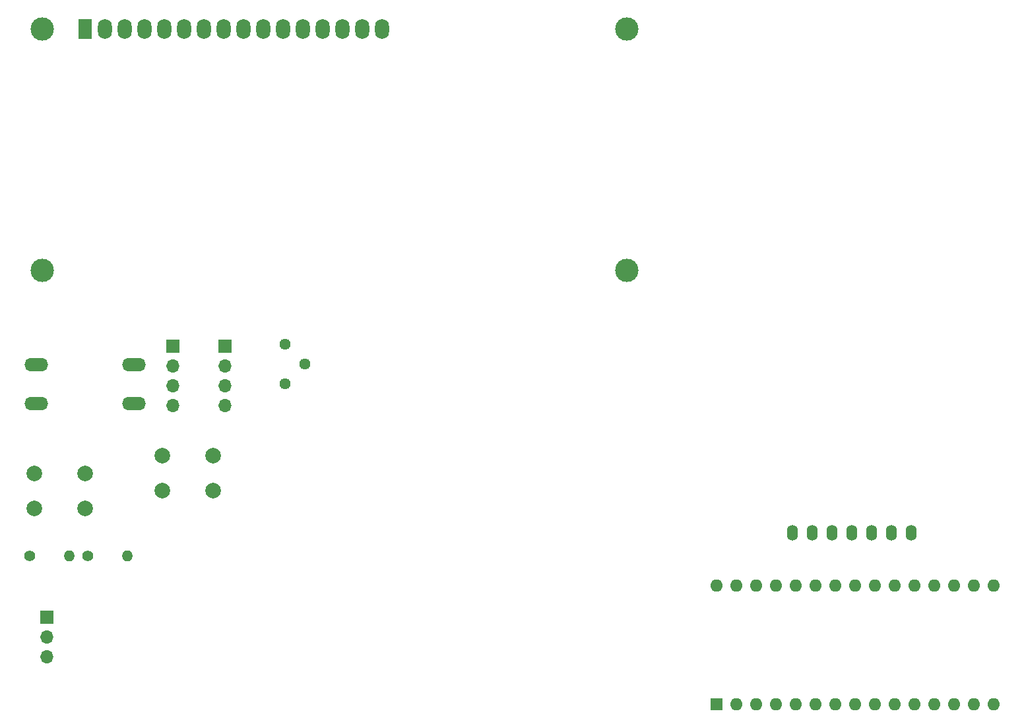
<source format=gbr>
G04 #@! TF.FileFunction,Copper,L2,Bot,Signal*
%FSLAX46Y46*%
G04 Gerber Fmt 4.6, Leading zero omitted, Abs format (unit mm)*
G04 Created by KiCad (PCBNEW 4.0.7) date 03/05/18 15:50:36*
%MOMM*%
%LPD*%
G01*
G04 APERTURE LIST*
%ADD10C,0.100000*%
%ADD11R,1.600000X1.600000*%
%ADD12O,1.600000X1.600000*%
%ADD13R,1.800000X2.600000*%
%ADD14O,1.800000X2.600000*%
%ADD15C,3.000000*%
%ADD16R,1.700000X1.700000*%
%ADD17O,1.700000X1.700000*%
%ADD18C,1.400000*%
%ADD19O,1.400000X1.400000*%
%ADD20C,1.440000*%
%ADD21C,2.000000*%
%ADD22O,3.048000X1.727200*%
%ADD23O,1.400000X2.000000*%
G04 APERTURE END LIST*
D10*
D11*
X124333000Y-139192000D03*
D12*
X157353000Y-123952000D03*
X126873000Y-139192000D03*
X154813000Y-123952000D03*
X129413000Y-139192000D03*
X152273000Y-123952000D03*
X131953000Y-139192000D03*
X149733000Y-123952000D03*
X134493000Y-139192000D03*
X147193000Y-123952000D03*
X137033000Y-139192000D03*
X144653000Y-123952000D03*
X139573000Y-139192000D03*
X142113000Y-123952000D03*
X142113000Y-139192000D03*
X139573000Y-123952000D03*
X144653000Y-139192000D03*
X137033000Y-123952000D03*
X147193000Y-139192000D03*
X134493000Y-123952000D03*
X149733000Y-139192000D03*
X131953000Y-123952000D03*
X152273000Y-139192000D03*
X129413000Y-123952000D03*
X154813000Y-139192000D03*
X126873000Y-123952000D03*
X157353000Y-139192000D03*
X124333000Y-123952000D03*
X159893000Y-139192000D03*
X159893000Y-123952000D03*
D13*
X43307000Y-52451000D03*
D14*
X45847000Y-52451000D03*
X48387000Y-52451000D03*
X50927000Y-52451000D03*
X53467000Y-52451000D03*
X56007000Y-52451000D03*
X58547000Y-52451000D03*
X61087000Y-52451000D03*
X63627000Y-52451000D03*
X66167000Y-52451000D03*
X68707000Y-52451000D03*
X71247000Y-52451000D03*
X73787000Y-52451000D03*
X76327000Y-52451000D03*
X78867000Y-52451000D03*
X81407000Y-52451000D03*
D15*
X37807900Y-52451000D03*
X37807900Y-83451700D03*
X112806480Y-83451700D03*
X112807000Y-52451000D03*
D16*
X54579143Y-93228000D03*
D17*
X54579143Y-95768000D03*
X54579143Y-98308000D03*
X54579143Y-100848000D03*
D16*
X61260572Y-93228000D03*
D17*
X61260572Y-95768000D03*
X61260572Y-98308000D03*
X61260572Y-100848000D03*
D18*
X36227001Y-120148000D03*
D19*
X41307001Y-120148000D03*
D18*
X43677001Y-120148000D03*
D19*
X48757001Y-120148000D03*
D20*
X68957001Y-92908000D03*
X71497001Y-95448000D03*
X68957001Y-97988000D03*
D21*
X53247001Y-111728000D03*
X53247001Y-107228000D03*
X59747001Y-111728000D03*
X59747001Y-107228000D03*
X36777001Y-114038000D03*
X36777001Y-109538000D03*
X43277001Y-114038000D03*
X43277001Y-109538000D03*
D22*
X49547001Y-95558000D03*
X49547001Y-100558000D03*
X37047001Y-95558000D03*
X37047001Y-100558000D03*
D16*
X38371048Y-128018000D03*
D17*
X38371048Y-130558000D03*
X38371048Y-133098000D03*
D23*
X134107001Y-117128001D03*
X136647001Y-117128001D03*
X139187001Y-117128001D03*
X141727001Y-117128001D03*
X144267001Y-117128001D03*
X146807001Y-117128001D03*
X149347001Y-117128001D03*
M02*

</source>
